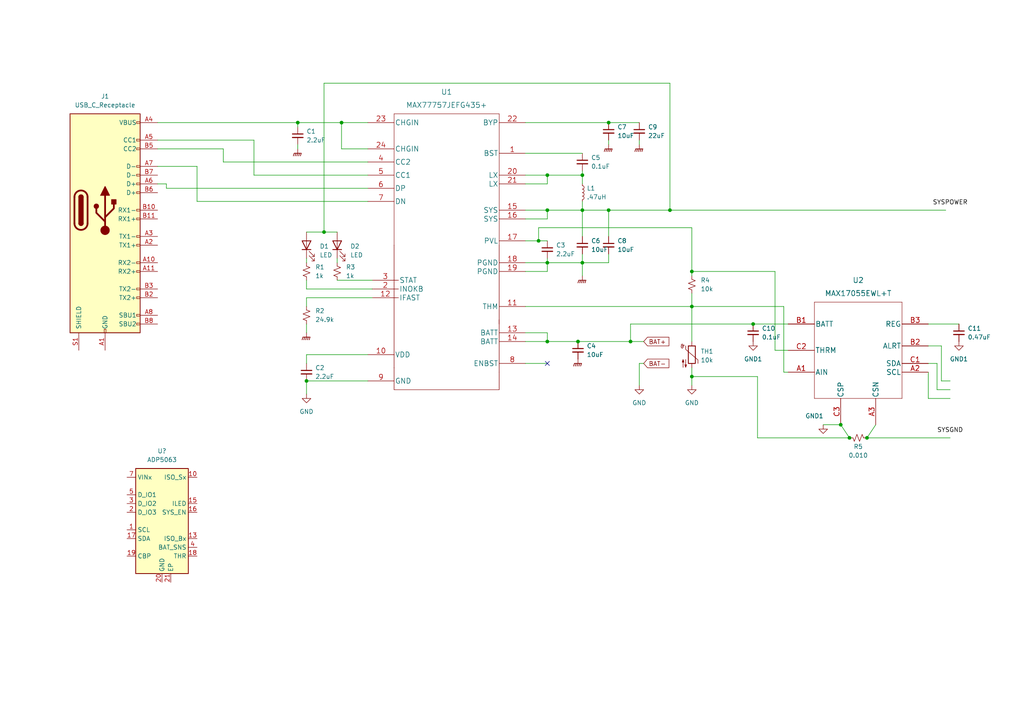
<source format=kicad_sch>
(kicad_sch (version 20211123) (generator eeschema)
  (paper "A4")
  (title_block (title "Charge Circuit"))
  (lib_symbols
    (symbol "Battery_Management:ADP5063"
      (property "Reference" "U" (at -6.35 -16.51 0))
      (property "Value" "ADP5063" (at 2.54 16.51 0))
      (symbol "ADP5063_1_1"
        (rectangle (start -7.62 15.24) (end 7.62 -15.24) (stroke (width 0.254)) (fill (type background)))
        (pin input line (at -10.16 -2.54 0) (length 2.54) (name "SCL") (number "1"))
        (pin power_out line (at 10.16 12.7 180) (length 2.54) (name "ISO_Sx") (number "10"))
        (pin passive line (at 10.16 12.7 180) (length 2.54) hide (name "ISO_Sx") (number "11"))
        (pin passive line (at 10.16 -5.08 180) (length 2.54) hide (name "ISO_Bx") (number "12"))
        (pin passive line (at 10.16 -5.08 180) (length 2.54) (name "ISO_Bx") (number "13"))
        (pin passive line (at 10.16 -5.08 180) (length 2.54) hide (name "ISO_Bx") (number "14"))
        (pin open_collector line (at 10.16 5.08 180) (length 2.54) (name "ILED") (number "15"))
        (pin open_collector line (at 10.16 2.54 180) (length 2.54) (name "SYS_EN") (number "16"))
        (pin bidirectional line (at -10.16 -5.08 0) (length 2.54) (name "SDA") (number "17"))
        (pin passive line (at 10.16 -10.16 180) (length 2.54) (name "THR") (number "18"))
        (pin passive line (at -10.16 -10.16 0) (length 2.54) (name "CBP") (number "19"))
        (pin bidirectional line (at -10.16 2.54 0) (length 2.54) (name "D_IO3") (number "2"))
        (pin power_in line (at 0 -17.78 90) (length 2.54) (name "GND") (number "20"))
        (pin passive line (at 2.54 -17.78 90) (length 2.54) (name "EP") (number "21"))
        (pin bidirectional line (at -10.16 5.08 0) (length 2.54) (name "D_IO2") (number "3"))
        (pin passive line (at 10.16 -7.62 180) (length 2.54) (name "BAT_SNS") (number "4"))
        (pin bidirectional line (at -10.16 7.62 0) (length 2.54) (name "D_IO1") (number "5"))
        (pin input line (at -10.16 12.7 0) (length 2.54) hide (name "VINx") (number "6"))
        (pin input line (at -10.16 12.7 0) (length 2.54) (name "VINx") (number "7"))
        (pin input line (at -10.16 12.7 0) (length 2.54) hide (name "VINx") (number "8"))
        (pin passive line (at 10.16 12.7 180) (length 2.54) hide (name "ISO_Sx") (number "9"))
      )
    )
    (symbol "Connector:USB_C_Receptacle" (pin_names (offset 1.016))
      (property "Reference" "J" (at -10.16 29.21 0))
      (property "Value" "USB_C_Receptacle" (at 10.16 29.21 0))
      (symbol "USB_C_Receptacle_0_0"
        (rectangle (start -0.254 -35.56) (end 0.254 -34.544))
        (rectangle (start 10.16 -32.766) (end 9.144 -33.274))
        (rectangle (start 10.16 -30.226) (end 9.144 -30.734))
        (rectangle (start 10.16 -25.146) (end 9.144 -25.654))
        (rectangle (start 10.16 -22.606) (end 9.144 -23.114))
        (rectangle (start 10.16 -17.526) (end 9.144 -18.034))
        (rectangle (start 10.16 -14.986) (end 9.144 -15.494))
        (rectangle (start 10.16 -9.906) (end 9.144 -10.414))
        (rectangle (start 10.16 -7.366) (end 9.144 -7.874))
        (rectangle (start 10.16 -2.286) (end 9.144 -2.794))
        (rectangle (start 10.16 0.254) (end 9.144 -0.254))
        (rectangle (start 10.16 5.334) (end 9.144 4.826))
        (rectangle (start 10.16 7.874) (end 9.144 7.366))
        (rectangle (start 10.16 10.414) (end 9.144 9.906))
        (rectangle (start 10.16 12.954) (end 9.144 12.446))
        (rectangle (start 10.16 18.034) (end 9.144 17.526))
        (rectangle (start 10.16 20.574) (end 9.144 20.066))
        (rectangle (start 10.16 25.654) (end 9.144 25.146))
      )
      (symbol "USB_C_Receptacle_0_1"
        (rectangle (start -10.16 27.94) (end 10.16 -35.56) (stroke (width 0.254)) (fill (type background)))
        (arc (start -8.89 -3.81) (mid -6.985 -5.715) (end -5.08 -3.81) (stroke (width 0.508)))
        (arc (start -7.62 -3.81) (mid -6.985 -4.445) (end -6.35 -3.81) (stroke (width 0.254)))
        (arc (start -7.62 -3.81) (mid -6.985 -4.445) (end -6.35 -3.81) (stroke (width 0.254)) (fill (type outline)))
        (rectangle (start -7.62 -3.81) (end -6.35 3.81) (stroke (width 0.254)) (fill (type outline)))
        (arc (start -6.35 3.81) (mid -6.985 4.445) (end -7.62 3.81) (stroke (width 0.254)))
        (arc (start -6.35 3.81) (mid -6.985 4.445) (end -7.62 3.81) (stroke (width 0.254)) (fill (type outline)))
        (arc (start -5.08 3.81) (mid -6.985 5.715) (end -8.89 3.81) (stroke (width 0.508)))
        (polyline (pts (xy -8.89 -3.81) (xy -8.89 3.81)) (stroke (width 0.508)))
        (polyline (pts (xy -5.08 3.81) (xy -5.08 -3.81)) (stroke (width 0.508)))
      )
      (symbol "USB_C_Receptacle_1_1"
        (circle (center -2.54 1.143) (radius 0.635) (stroke (width 0.254)) (fill (type outline)))
        (circle (center 0 -5.842) (radius 1.27) (fill (type outline)))
        (polyline (pts (xy 0 -5.842) (xy 0 4.318)) (stroke (width 0.508)))
        (polyline (pts (xy 0 -3.302) (xy -2.54 -0.762) (xy -2.54 0.508)) (stroke (width 0.508)))
        (polyline (pts (xy 0 -2.032) (xy 2.54 0.508) (xy 2.54 1.778)) (stroke (width 0.508)))
        (polyline (pts (xy -1.27 4.318) (xy 0 6.858) (xy 1.27 4.318) (xy -1.27 4.318)) (stroke (width 0.254)) (fill (type outline)))
        (rectangle (start 1.905 1.778) (end 3.175 3.048) (stroke (width 0.254)) (fill (type outline)))
        (pin passive line (at 0 -40.64 90) (length 5.08) (name "GND") (number "A1"))
        (pin bidirectional line (at 15.24 -15.24 180) (length 5.08) (name "RX2-") (number "A10"))
        (pin bidirectional line (at 15.24 -17.78 180) (length 5.08) (name "RX2+") (number "A11"))
        (pin passive line (at 0 -40.64 90) (length 5.08) hide (name "GND") (number "A12"))
        (pin bidirectional line (at 15.24 -10.16 180) (length 5.08) (name "TX1+") (number "A2"))
        (pin bidirectional line (at 15.24 -7.62 180) (length 5.08) (name "TX1-") (number "A3"))
        (pin passive line (at 15.24 25.4 180) (length 5.08) (name "VBUS") (number "A4"))
        (pin bidirectional line (at 15.24 20.32 180) (length 5.08) (name "CC1") (number "A5"))
        (pin bidirectional line (at 15.24 7.62 180) (length 5.08) (name "D+") (number "A6"))
        (pin bidirectional line (at 15.24 12.7 180) (length 5.08) (name "D-") (number "A7"))
        (pin bidirectional line (at 15.24 -30.48 180) (length 5.08) (name "SBU1") (number "A8"))
        (pin passive line (at 15.24 25.4 180) (length 5.08) hide (name "VBUS") (number "A9"))
        (pin passive line (at 0 -40.64 90) (length 5.08) hide (name "GND") (number "B1"))
        (pin bidirectional line (at 15.24 0 180) (length 5.08) (name "RX1-") (number "B10"))
        (pin bidirectional line (at 15.24 -2.54 180) (length 5.08) (name "RX1+") (number "B11"))
        (pin passive line (at 0 -40.64 90) (length 5.08) hide (name "GND") (number "B12"))
        (pin bidirectional line (at 15.24 -25.4 180) (length 5.08) (name "TX2+") (number "B2"))
        (pin bidirectional line (at 15.24 -22.86 180) (length 5.08) (name "TX2-") (number "B3"))
        (pin passive line (at 15.24 25.4 180) (length 5.08) hide (name "VBUS") (number "B4"))
        (pin bidirectional line (at 15.24 17.78 180) (length 5.08) (name "CC2") (number "B5"))
        (pin bidirectional line (at 15.24 5.08 180) (length 5.08) (name "D+") (number "B6"))
        (pin bidirectional line (at 15.24 10.16 180) (length 5.08) (name "D-") (number "B7"))
        (pin bidirectional line (at 15.24 -33.02 180) (length 5.08) (name "SBU2") (number "B8"))
        (pin passive line (at 15.24 25.4 180) (length 5.08) hide (name "VBUS") (number "B9"))
        (pin passive line (at -7.62 -40.64 90) (length 5.08) (name "SHIELD") (number "S1"))
      )
    )
    (symbol "Device:C_Small" (pin_numbers hide) (pin_names (offset 0.254) hide)
      (property "Reference" "C" (at 0.254 1.778 0))
      (property "Value" "C_Small" (at 0.254 -2.032 0))
      (symbol "C_Small_0_1"
        (polyline (pts (xy -1.524 -0.508) (xy 1.524 -0.508)) (stroke (width 0.3302)))
        (polyline (pts (xy -1.524 0.508) (xy 1.524 0.508)) (stroke (width 0.3048)))
      )
      (symbol "C_Small_1_1"
        (pin passive line (at 0 2.54 270) (length 2.032) (name "~") (number "1"))
        (pin passive line (at 0 -2.54 90) (length 2.032) (name "~") (number "2"))
      )
    )
    (symbol "Device:LED" (pin_numbers hide) (pin_names (offset 1.016) hide)
      (property "Reference" "D" (at 0 2.54 0))
      (property "Value" "LED" (at 0 -2.54 0))
      (symbol "LED_0_1"
        (polyline (pts (xy -1.27 -1.27) (xy -1.27 1.27)) (stroke (width 0.254)))
        (polyline (pts (xy -1.27 0) (xy 1.27 0)))
        (polyline (pts (xy 1.27 -1.27) (xy 1.27 1.27) (xy -1.27 0) (xy 1.27 -1.27)) (stroke (width 0.254)))
        (polyline (pts (xy -3.048 -0.762) (xy -4.572 -2.286) (xy -3.81 -2.286) (xy -4.572 -2.286) (xy -4.572 -1.524)))
        (polyline (pts (xy -1.778 -0.762) (xy -3.302 -2.286) (xy -2.54 -2.286) (xy -3.302 -2.286) (xy -3.302 -1.524)))
      )
      (symbol "LED_1_1"
        (pin passive line (at -3.81 0 0) (length 2.54) (name "K") (number "1"))
        (pin passive line (at 3.81 0 180) (length 2.54) (name "A") (number "2"))
      )
    )
    (symbol "Device:L_Small" (pin_numbers hide) (pin_names (offset 0.254) hide)
      (property "Reference" "L" (at 0.762 1.016 0))
      (property "Value" "L_Small" (at 0.762 -1.016 0))
      (symbol "L_Small_0_1"
        (arc (start 0 -2.032) (mid 0.508 -1.524) (end 0 -1.016))
        (arc (start 0 -1.016) (mid 0.508 -0.508) (end 0 0))
        (arc (start 0 0) (mid 0.508 0.508) (end 0 1.016))
        (arc (start 0 1.016) (mid 0.508 1.524) (end 0 2.032))
      )
      (symbol "L_Small_1_1"
        (pin passive line (at 0 2.54 270) (length 0.508) (name "~") (number "1"))
        (pin passive line (at 0 -2.54 90) (length 0.508) (name "~") (number "2"))
      )
    )
    (symbol "Device:R_Small_US" (pin_numbers hide) (pin_names (offset 0.254) hide)
      (property "Reference" "R" (at 0.762 0.508 0))
      (property "Value" "R_Small_US" (at 0.762 -1.016 0))
      (symbol "R_Small_US_1_1"
        (polyline (pts (xy 0 0) (xy 1.016 -0.381) (xy 0 -0.762) (xy -1.016 -1.143) (xy 0 -1.524)))
        (polyline (pts (xy 0 1.524) (xy 1.016 1.143) (xy 0 0.762) (xy -1.016 0.381) (xy 0 0)))
        (pin passive line (at 0 2.54 270) (length 1.016) (name "~") (number "1"))
        (pin passive line (at 0 -2.54 90) (length 1.016) (name "~") (number "2"))
      )
    )
    (symbol "Device:Thermistor_NTC" (pin_numbers hide) (pin_names (offset 0))
      (property "Reference" "TH" (at -4.445 0 90))
      (property "Value" "Thermistor_NTC" (at 3.175 0 90))
      (symbol "Thermistor_NTC_0_1"
        (arc (start -3.048 2.159) (mid -3.0505 2.3165) (end -3.175 2.413))
        (arc (start -3.048 2.159) (mid -2.9736 1.9794) (end -2.794 1.905))
        (arc (start -3.048 2.794) (mid -2.9736 2.6144) (end -2.794 2.54))
        (arc (start -2.794 1.905) (mid -2.6144 1.9794) (end -2.54 2.159))
        (arc (start -2.794 2.54) (mid -2.434 2.5608) (end -2.159 2.794))
        (arc (start -2.794 3.048) (mid -2.9736 2.9736) (end -3.048 2.794))
        (arc (start -2.54 2.794) (mid -2.6144 2.9736) (end -2.794 3.048))
        (rectangle (start -1.016 2.54) (end 1.016 -2.54) (stroke (width 0.254)))
        (polyline (pts (xy -2.54 2.159) (xy -2.54 2.794)))
        (polyline (pts (xy -1.778 2.54) (xy -1.778 1.524) (xy 1.778 -1.524) (xy 1.778 -2.54)))
        (polyline (pts (xy -2.54 -3.683) (xy -2.54 -1.397) (xy -2.794 -2.159) (xy -2.286 -2.159) (xy -2.54 -1.397) (xy -2.54 -1.651)) (fill (type outline)))
        (polyline (pts (xy -1.778 -1.397) (xy -1.778 -3.683) (xy -2.032 -2.921) (xy -1.524 -2.921) (xy -1.778 -3.683) (xy -1.778 -3.429)) (fill (type outline)))
      )
      (symbol "Thermistor_NTC_1_1"
        (pin passive line (at 0 3.81 270) (length 1.27) (name "~") (number "1"))
        (pin passive line (at 0 -3.81 90) (length 1.27) (name "~") (number "2"))
      )
    )
    (symbol "MAX17055EWL+T_1" (pin_names (offset 0.254))
      (property "Reference" "U?" (at 20.32 11.43 0))
      (property "Value" "MAX17055EWL+T_1" (at 20.32 7.62 0))
      (symbol "MAX17055EWL+T_1_1_1"
        (polyline (pts (xy 7.62 -22.86) (xy 33.02 -22.86)) (stroke (width 0.127)))
        (polyline (pts (xy 7.62 5.08) (xy 7.62 -22.86)) (stroke (width 0.127)))
        (polyline (pts (xy 33.02 -22.86) (xy 33.02 5.08)) (stroke (width 0.127)))
        (polyline (pts (xy 33.02 5.08) (xy 7.62 5.08)) (stroke (width 0.127)))
        (pin input line (at 0 -15.24 0) (length 7.62) (name "AIN") (number "A1"))
        (pin input line (at 40.64 -15.24 180) (length 7.62) (name "SCL") (number "A2"))
        (pin unspecified line (at 25.4 -30.48 90) (length 7.62) (name "CSN") (number "A3"))
        (pin unspecified line (at 0 -1.27 0) (length 7.62) (name "BATT") (number "B1"))
        (pin output line (at 40.64 -7.62 180) (length 7.62) (name "ALRT") (number "B2"))
        (pin output line (at 40.64 -1.27 180) (length 7.62) (name "REG") (number "B3"))
        (pin bidirectional line (at 40.64 -12.7 180) (length 7.62) (name "SDA") (number "C1"))
        (pin unspecified line (at 0 -8.89 0) (length 7.62) (name "THRM") (number "C2"))
        (pin unspecified line (at 15.24 -30.48 90) (length 7.62) (name "CSP") (number "C3"))
      )
    )
    (symbol "MAX77757_functional:MAX77757JEFG435+" (pin_names (offset 0.254))
      (property "Reference" "U?" (at 22.86 11.43 0))
      (property "Value" "MAX77757JEFG435+" (at 22.86 8.89 0))
      (symbol "MAX77757JEFG435+_1_1"
        (polyline (pts (xy 7.62 -74.93) (xy 7.62 -68.58)))
        (polyline (pts (xy 7.62 -74.93) (xy 38.1 -74.93)) (stroke (width 0.127)))
        (polyline (pts (xy 7.62 -33.02) (xy 7.62 -68.58)))
        (polyline (pts (xy 7.62 5.08) (xy 7.62 -33.02)) (stroke (width 0.127)))
        (polyline (pts (xy 38.1 -69.85) (xy 38.1 -74.93)))
        (polyline (pts (xy 38.1 -69.85) (xy 38.1 -54.61)))
        (polyline (pts (xy 38.1 -33.02) (xy 38.1 5.08)) (stroke (width 0.127)))
        (polyline (pts (xy 38.1 5.08) (xy 7.62 5.08)) (stroke (width 0.127)))
        (polyline (pts (xy 38.1 -33.02) (xy 38.1 -55.88) (xy 38.1 -55.88)))
        (pin unspecified line (at 45.72 -6.35 180) (length 7.62) (name "BST") (number "1"))
        (pin output line (at 0 -64.77 0) (length 7.62) (name "VDD") (number "10"))
        (pin unspecified line (at 45.72 -50.8 180) (length 7.62) (name "THM") (number "11"))
        (pin unspecified line (at 1.27 -48.26 0) (length 7.62) (name "IFAST") (number "12"))
        (pin unspecified line (at 45.72 -58.42 180) (length 7.62) (name "BATT") (number "13"))
        (pin unspecified line (at 45.72 -60.96 180) (length 7.62) (name "BATT") (number "14"))
        (pin unspecified line (at 45.72 -22.86 180) (length 7.62) (name "SYS") (number "15"))
        (pin unspecified line (at 45.72 -25.4 180) (length 7.62) (name "SYS") (number "16"))
        (pin output line (at 45.72 -31.75 180) (length 7.62) (name "PVL") (number "17"))
        (pin power_in line (at 45.72 -38.1 180) (length 7.62) (name "PGND") (number "18"))
        (pin power_in line (at 45.72 -40.64 180) (length 7.62) (name "PGND") (number "19"))
        (pin bidirectional line (at 1.27 -45.72 0) (length 7.62) (name "INOKB") (number "2"))
        (pin unspecified line (at 45.72 -12.7 180) (length 7.62) (name "LX") (number "20"))
        (pin unspecified line (at 45.72 -15.24 180) (length 7.62) (name "LX") (number "21"))
        (pin output line (at 45.72 2.54 180) (length 7.62) (name "BYP") (number "22"))
        (pin input line (at 0 2.54 0) (length 7.62) (name "CHGIN") (number "23"))
        (pin input line (at 0 -5.08 0) (length 7.62) (name "CHGIN") (number "24"))
        (pin output line (at 1.27 -43.18 0) (length 7.62) (name "STAT") (number "3"))
        (pin unspecified line (at 0 -8.89 0) (length 7.62) (name "CC2") (number "4"))
        (pin unspecified line (at 0 -12.7 0) (length 7.62) (name "CC1") (number "5"))
        (pin output line (at 0 -16.51 0) (length 7.62) (name "DP") (number "6"))
        (pin output line (at 0 -20.32 0) (length 7.62) (name "DN") (number "7"))
        (pin input line (at 45.72 -67.31 180) (length 7.62) (name "ENBST") (number "8"))
        (pin power_in line (at 0 -72.39 0) (length 7.62) (name "GND") (number "9"))
      )
    )
    (symbol "power:GND" (power) (pin_names (offset 0))
      (property "Value" "GND" (at 0 -3.81 0))
      (symbol "GND_0_1"
        (polyline (pts (xy 0 0) (xy 0 -1.27) (xy 1.27 -1.27) (xy 0 -2.54) (xy -1.27 -1.27) (xy 0 -1.27)))
      )
      (symbol "GND_1_1"
        (pin power_in line (at 0 0 270) (length 0) hide (name "GND") (number "1"))
      )
    )
    (symbol "power:GND1" (power) (pin_names (offset 0))
      (property "Value" "GND1" (at 0 -3.81 0))
      (symbol "GND1_0_1"
        (polyline (pts (xy 0 0) (xy 0 -1.27) (xy 1.27 -1.27) (xy 0 -2.54) (xy -1.27 -1.27) (xy 0 -1.27)))
      )
      (symbol "GND1_1_1"
        (pin power_in line (at 0 0 270) (length 0) hide (name "GND1") (number "1"))
      )
    )
    (symbol "power:GNDPWR" (power) (pin_names (offset 0))
      (property "Value" "GNDPWR" (at 0 -3.302 0))
      (symbol "GNDPWR_0_1"
        (polyline (pts (xy 0 -1.27) (xy 0 0)))
        (polyline (pts (xy -1.016 -1.27) (xy -1.27 -2.032) (xy -1.27 -2.032)) (stroke (width 0.2032)))
        (polyline (pts (xy -0.508 -1.27) (xy -0.762 -2.032) (xy -0.762 -2.032)) (stroke (width 0.2032)))
        (polyline (pts (xy 0 -1.27) (xy -0.254 -2.032) (xy -0.254 -2.032)) (stroke (width 0.2032)))
        (polyline (pts (xy 0.508 -1.27) (xy 0.254 -2.032) (xy 0.254 -2.032)) (stroke (width 0.2032)))
        (polyline (pts (xy 1.016 -1.27) (xy -1.016 -1.27) (xy -1.016 -1.27)) (stroke (width 0.2032)))
        (polyline (pts (xy 1.016 -1.27) (xy 0.762 -2.032) (xy 0.762 -2.032) (xy 0.762 -2.032)) (stroke (width 0.2032)))
      )
      (symbol "GNDPWR_1_1"
        (pin power_in line (at 0 0 270) (length 0) hide (name "GNDPWR") (number "1"))
      )
    )
  )
  (junction (at 246.38 127))
  (junction (at 88.9 110.49))
  (junction (at 200.66 109.22))
  (junction (at 176.53 35.56))
  (junction (at 156.21 69.85))
  (junction (at 200.66 78.74))
  (junction (at 168.91 50.8))
  (junction (at 86.36 35.56))
  (junction (at 218.44 93.98))
  (junction (at 99.06 35.56))
  (junction (at 200.66 88.9))
  (junction (at 93.98 67.31))
  (junction (at 167.64 99.06))
  (junction (at 168.91 76.2))
  (junction (at 158.75 50.8))
  (junction (at 176.53 60.96))
  (junction (at 158.75 99.06))
  (junction (at 168.91 60.96))
  (junction (at 182.88 99.06))
  (junction (at 194.31 60.96))
  (junction (at 243.84 123.19))
  (junction (at 158.75 76.2))
  (junction (at 251.46 127))
  (junction (at 158.75 60.96))
  (no_connect (at 158.75 105.41))
  (wire (pts (xy 182.88 93.98) (xy 182.88 99.06)))
  (wire (pts (xy 158.75 50.8) (xy 168.91 50.8)))
  (wire (pts (xy 200.66 80.01) (xy 200.66 78.74)))
  (wire (pts (xy 45.72 48.26) (xy 57.15 48.26)))
  (wire (pts (xy 152.4 99.06) (xy 158.75 99.06)))
  (wire (pts (xy 273.05 110.49) (xy 275.59 110.49)))
  (wire (pts (xy 168.91 80.01) (xy 168.91 76.2)))
  (wire (pts (xy 152.4 44.45) (xy 168.91 44.45)))
  (wire (pts (xy 152.4 60.96) (xy 158.75 60.96)))
  (wire (pts (xy 158.75 53.34) (xy 158.75 50.8)))
  (wire (pts (xy 176.53 60.96) (xy 194.31 60.96)))
  (wire (pts (xy 158.75 99.06) (xy 167.64 99.06)))
  (wire (pts (xy 228.6 107.95) (xy 227.33 107.95)))
  (wire (pts (xy 152.4 69.85) (xy 156.21 69.85)))
  (wire (pts (xy 186.69 105.41) (xy 185.42 105.41)))
  (wire (pts (xy 73.66 40.64) (xy 73.66 50.8)))
  (wire (pts (xy 200.66 88.9) (xy 200.66 99.06)))
  (wire (pts (xy 168.91 60.96) (xy 176.53 60.96)))
  (wire (pts (xy 158.75 74.93) (xy 158.75 76.2)))
  (wire (pts (xy 168.91 76.2) (xy 168.91 73.66)))
  (wire (pts (xy 218.44 93.98) (xy 182.88 93.98)))
  (wire (pts (xy 48.26 54.61) (xy 106.68 54.61)))
  (wire (pts (xy 224.79 78.74) (xy 200.66 78.74)))
  (wire (pts (xy 152.4 105.41) (xy 158.75 105.41)))
  (wire (pts (xy 106.68 110.49) (xy 88.9 110.49)))
  (wire (pts (xy 200.66 109.22) (xy 219.71 109.22)))
  (wire (pts (xy 176.53 76.2) (xy 168.91 76.2)))
  (wire (pts (xy 219.71 127) (xy 246.38 127)))
  (wire (pts (xy 200.66 66.04) (xy 156.21 66.04)))
  (wire (pts (xy 64.77 43.18) (xy 45.72 43.18)))
  (wire (pts (xy 243.84 123.19) (xy 238.76 123.19)))
  (wire (pts (xy 269.24 115.57) (xy 275.59 115.57)))
  (wire (pts (xy 107.95 81.28) (xy 97.79 81.28)))
  (wire (pts (xy 158.75 78.74) (xy 158.75 76.2)))
  (wire (pts (xy 200.66 66.04) (xy 200.66 78.74)))
  (wire (pts (xy 158.75 96.52) (xy 158.75 99.06)))
  (wire (pts (xy 45.72 40.64) (xy 73.66 40.64)))
  (wire (pts (xy 73.66 50.8) (xy 106.68 50.8)))
  (wire (pts (xy 88.9 86.36) (xy 88.9 88.9)))
  (wire (pts (xy 88.9 67.31) (xy 93.98 67.31)))
  (wire (pts (xy 152.4 88.9) (xy 200.66 88.9)))
  (wire (pts (xy 246.38 127) (xy 243.84 123.19)))
  (wire (pts (xy 106.68 102.87) (xy 88.9 102.87)))
  (wire (pts (xy 64.77 46.99) (xy 106.68 46.99)))
  (wire (pts (xy 269.24 107.95) (xy 269.24 115.57)))
  (wire (pts (xy 86.36 35.56) (xy 86.36 36.83)))
  (wire (pts (xy 194.31 60.96) (xy 274.32 60.96)))
  (wire (pts (xy 271.78 113.03) (xy 275.59 113.03)))
  (wire (pts (xy 168.91 58.42) (xy 168.91 60.96)))
  (wire (pts (xy 64.77 46.99) (xy 64.77 43.18)))
  (wire (pts (xy 99.06 43.18) (xy 99.06 35.56)))
  (wire (pts (xy 176.53 68.58) (xy 176.53 60.96)))
  (wire (pts (xy 152.4 78.74) (xy 158.75 78.74)))
  (wire (pts (xy 158.75 63.5) (xy 158.75 60.96)))
  (wire (pts (xy 152.4 50.8) (xy 158.75 50.8)))
  (wire (pts (xy 156.21 69.85) (xy 158.75 69.85)))
  (wire (pts (xy 194.31 24.13) (xy 194.31 60.96)))
  (wire (pts (xy 107.95 83.82) (xy 88.9 83.82)))
  (wire (pts (xy 48.26 54.61) (xy 48.26 53.34)))
  (wire (pts (xy 57.15 48.26) (xy 57.15 58.42)))
  (wire (pts (xy 176.53 73.66) (xy 176.53 76.2)))
  (wire (pts (xy 271.78 105.41) (xy 271.78 113.03)))
  (wire (pts (xy 185.42 40.64) (xy 185.42 41.91)))
  (wire (pts (xy 88.9 83.82) (xy 88.9 81.28)))
  (wire (pts (xy 88.9 102.87) (xy 88.9 105.41)))
  (wire (pts (xy 97.79 74.93) (xy 97.79 76.2)))
  (wire (pts (xy 93.98 67.31) (xy 97.79 67.31)))
  (wire (pts (xy 168.91 53.34) (xy 168.91 50.8)))
  (wire (pts (xy 251.46 127) (xy 275.59 127)))
  (wire (pts (xy 88.9 74.93) (xy 88.9 76.2)))
  (wire (pts (xy 269.24 105.41) (xy 271.78 105.41)))
  (wire (pts (xy 254 123.19) (xy 251.46 127)))
  (wire (pts (xy 273.05 100.33) (xy 273.05 110.49)))
  (wire (pts (xy 88.9 114.3) (xy 88.9 110.49)))
  (wire (pts (xy 224.79 101.6) (xy 224.79 78.74)))
  (wire (pts (xy 45.72 35.56) (xy 86.36 35.56)))
  (wire (pts (xy 158.75 60.96) (xy 168.91 60.96)))
  (wire (pts (xy 168.91 50.8) (xy 168.91 49.53)))
  (wire (pts (xy 107.95 86.36) (xy 88.9 86.36)))
  (wire (pts (xy 93.98 24.13) (xy 93.98 67.31)))
  (wire (pts (xy 106.68 43.18) (xy 99.06 43.18)))
  (wire (pts (xy 168.91 60.96) (xy 168.91 68.58)))
  (wire (pts (xy 219.71 109.22) (xy 219.71 127)))
  (wire (pts (xy 200.66 106.68) (xy 200.66 109.22)))
  (wire (pts (xy 227.33 88.9) (xy 227.33 107.95)))
  (wire (pts (xy 152.4 63.5) (xy 158.75 63.5)))
  (wire (pts (xy 57.15 58.42) (xy 106.68 58.42)))
  (wire (pts (xy 99.06 35.56) (xy 106.68 35.56)))
  (wire (pts (xy 186.69 99.06) (xy 182.88 99.06)))
  (wire (pts (xy 152.4 35.56) (xy 176.53 35.56)))
  (wire (pts (xy 88.9 96.52) (xy 88.9 93.98)))
  (wire (pts (xy 269.24 100.33) (xy 273.05 100.33)))
  (wire (pts (xy 176.53 40.64) (xy 176.53 41.91)))
  (wire (pts (xy 48.26 53.34) (xy 45.72 53.34)))
  (wire (pts (xy 194.31 24.13) (xy 93.98 24.13)))
  (wire (pts (xy 86.36 41.91) (xy 86.36 43.18)))
  (wire (pts (xy 200.66 85.09) (xy 200.66 88.9)))
  (wire (pts (xy 182.88 99.06) (xy 167.64 99.06)))
  (wire (pts (xy 227.33 88.9) (xy 200.66 88.9)))
  (wire (pts (xy 156.21 66.04) (xy 156.21 69.85)))
  (wire (pts (xy 152.4 53.34) (xy 158.75 53.34)))
  (wire (pts (xy 218.44 93.98) (xy 228.6 93.98)))
  (wire (pts (xy 152.4 76.2) (xy 158.75 76.2)))
  (wire (pts (xy 269.24 93.98) (xy 278.13 93.98)))
  (wire (pts (xy 200.66 109.22) (xy 200.66 111.76)))
  (wire (pts (xy 185.42 35.56) (xy 176.53 35.56)))
  (wire (pts (xy 228.6 101.6) (xy 224.79 101.6)))
  (wire (pts (xy 86.36 35.56) (xy 99.06 35.56)))
  (wire (pts (xy 152.4 96.52) (xy 158.75 96.52)))
  (wire (pts (xy 185.42 105.41) (xy 185.42 111.76)))
  (wire (pts (xy 158.75 76.2) (xy 168.91 76.2)))
  (label "SYSPOWER" (at 270.51 59.69 0))
  (label "SYSGND" (at 271.78 125.73 0))
  (global_label "BAT+" (shape input) (at 186.69 99.06 0) (property "Intersheet References" "${INTERSHEET_REFS}" (effects hide)))
  (global_label "BAT-" (shape input) (at 186.69 105.41 0) (property "Intersheet References" "${INTERSHEET_REFS}" (effects hide)))
  (symbol (lib_id "power:GNDPWR") (at 86.36 43.18 0) (unit 1)
    (property "Reference" "#PWR0106" (effects hide))
    (property "Value" "GNDPWR" (effects hide))
  )
  (symbol (lib_id "Device:Thermistor_NTC") (at 200.66 102.87 0) (unit 1)
    (property "Reference" "TH1" (at 203.2 101.9174 0) (effects (justify left)))
    (property "Value" "10k" (at 203.2 104.4574 0) (effects (justify left)))
    (property "Footprint" "Resistor_SMD:R_0603_1608Metric" (effects hide))
  )
  (symbol (lib_id "power:GNDPWR") (at 168.91 80.01 0) (unit 1)
    (property "Reference" "#PWR0108" (effects hide))
    (property "Value" "GNDPWR" (effects hide))
  )
  (symbol (lib_id "Device:R_Small_US") (at 248.92 127 90) (mirror x) (unit 1)
    (property "Reference" "R5" (at 248.92 129.54 90))
    (property "Value" "0.010" (at 248.92 132.08 90))
    (property "Footprint" "Resistor_SMD:R_0805_2012Metric" (effects hide))
  )
  (symbol (lib_id "Device:C_Small") (at 185.42 38.1 0) (unit 1)
    (property "Reference" "C9" (at 187.96 36.8362 0) (effects (justify left)))
    (property "Value" "22uF" (at 187.96 39.3762 0) (effects (justify left)))
    (property "Footprint" "Capacitor_SMD:C_0603_1608Metric" (effects hide))
  )
  (symbol (lib_id "Device:C_Small") (at 88.9 107.95 0) (unit 1)
    (property "Reference" "C2" (at 91.44 106.6862 0) (effects (justify left)))
    (property "Value" "2.2uF" (at 91.44 109.2262 0) (effects (justify left)))
    (property "Footprint" "Capacitor_SMD:C_0603_1608Metric" (effects hide))
  )
  (symbol (lib_id "Device:C_Small") (at 218.44 96.52 0) (unit 1)
    (property "Reference" "C10" (at 220.98 95.2562 0) (effects (justify left)))
    (property "Value" "0.1uF" (at 220.98 97.7962 0) (effects (justify left)))
    (property "Footprint" "Capacitor_SMD:C_0603_1608Metric" (effects hide))
  )
  (symbol (lib_id "Device:L_Small") (at 168.91 55.88 0) (unit 1)
    (property "Reference" "L1" (at 170.18 54.6099 0) (effects (justify left)))
    (property "Value" ".47uH" (at 170.18 57.1499 0) (effects (justify left)))
    (property "Footprint" "Inductor_SMD:L_1008_2520Metric" (effects hide))
  )
  (symbol (lib_id "power:GND1") (at 218.44 99.06 0) (unit 1)
    (property "Reference" "#PWR0109" (effects hide))
    (property "Value" "GND1" (at 218.44 104.14 0))
  )
  (symbol (lib_id "power:GND") (at 88.9 114.3 0) (unit 1)
    (property "Reference" "#PWR0101" (effects hide))
    (property "Value" "GND" (at 88.9 119.38 0))
  )
  (symbol (lib_id "power:GNDPWR") (at 185.42 41.91 0) (unit 1)
    (property "Reference" "#PWR01" (effects hide))
    (property "Value" "GNDPWR" (effects hide))
  )
  (symbol (lib_id "Device:C_Small") (at 278.13 96.52 0) (unit 1)
    (property "Reference" "C11" (at 280.67 95.2562 0) (effects (justify left)))
    (property "Value" "0.47uF" (at 280.67 97.7962 0) (effects (justify left)))
    (property "Footprint" "Capacitor_SMD:C_0603_1608Metric" (effects hide))
  )
  (symbol (lib_id "Device:LED") (at 97.79 71.12 90) (unit 1)
    (property "Reference" "D2" (at 101.6 71.4374 90) (effects (justify right)))
    (property "Value" "LED" (at 101.6 73.9774 90) (effects (justify right)))
    (property "Footprint" "LED_SMD:LED_0603_1608Metric" (effects hide))
  )
  (symbol (lib_id "Device:C_Small") (at 158.75 72.39 0) (unit 1)
    (property "Reference" "C3" (at 161.29 71.1262 0) (effects (justify left)))
    (property "Value" "2.2uF" (at 161.29 73.6662 0) (effects (justify left)))
    (property "Footprint" "Capacitor_SMD:C_0603_1608Metric" (effects hide))
  )
  (symbol (lib_name "MAX17055EWL+T_1") (lib_id "MAX17055:MAX17055EWL+T") (at 228.6 92.71 0) (unit 1)
    (property "Reference" "U2" (at 248.92 81.28 0) (effects (font (size 1.524 1.524))))
    (property "Value" "MAX17055EWL+T" (at 248.92 85.09 0) (effects (font (size 1.524 1.524))))
    (property "Footprint" "17055 foot:MAX17055EWL&plus_T" (effects hide))
  )
  (symbol (lib_id "power:GND1") (at 278.13 99.06 0) (unit 1)
    (property "Reference" "#PWR0110" (effects hide))
    (property "Value" "GND1" (at 278.13 104.14 0))
  )
  (symbol (lib_id "Device:R_Small_US") (at 88.9 78.74 0) (unit 1)
    (property "Reference" "R1" (at 91.44 77.4699 0) (effects (justify left)))
    (property "Value" "1k" (at 91.44 80.0099 0) (effects (justify left)))
    (property "Footprint" "Resistor_SMD:R_0402_1005Metric" (effects hide))
  )
  (symbol (lib_id "Device:C_Small") (at 176.53 38.1 0) (unit 1)
    (property "Reference" "C7" (at 179.07 36.8362 0) (effects (justify left)))
    (property "Value" "10uF" (at 179.07 39.3762 0) (effects (justify left)))
    (property "Footprint" "Capacitor_SMD:C_0603_1608Metric" (effects hide))
  )
  (symbol (lib_id "Device:LED") (at 88.9 71.12 90) (unit 1)
    (property "Reference" "D1" (at 92.71 71.4374 90) (effects (justify right)))
    (property "Value" "LED" (at 92.71 73.9774 90) (effects (justify right)))
    (property "Footprint" "LED_SMD:LED_0603_1608Metric" (effects hide))
  )
  (symbol (lib_id "Device:R_Small_US") (at 88.9 91.44 0) (unit 1)
    (property "Reference" "R2" (at 91.44 90.1699 0) (effects (justify left)))
    (property "Value" "24.9k" (at 91.44 92.7099 0) (effects (justify left)))
    (property "Footprint" "Resistor_SMD:R_0402_1005Metric" (effects hide))
  )
  (symbol (lib_id "Device:R_Small_US") (at 97.79 78.74 0) (unit 1)
    (property "Reference" "R3" (at 100.33 77.4699 0) (effects (justify left)))
    (property "Value" "1k" (at 100.33 80.0099 0) (effects (justify left)))
    (property "Footprint" "Resistor_SMD:R_0402_1005Metric" (effects hide))
  )
  (symbol (lib_id "power:GNDPWR") (at 88.9 96.52 0) (unit 1)
    (property "Reference" "#PWR0105" (effects hide))
    (property "Value" "GNDPWR" (effects hide))
  )
  (symbol (lib_id "Device:R_Small_US") (at 200.66 82.55 0) (unit 1)
    (property "Reference" "R4" (at 203.2 81.2799 0) (effects (justify left)))
    (property "Value" "10k" (at 203.2 83.8199 0) (effects (justify left)))
    (property "Footprint" "Resistor_SMD:R_0402_1005Metric" (effects hide))
  )
  (symbol (lib_id "power:GNDPWR") (at 176.53 41.91 0) (unit 1)
    (property "Reference" "#PWR0102" (effects hide))
    (property "Value" "GNDPWR" (effects hide))
  )
  (symbol (lib_id "power:GND") (at 185.42 111.76 0) (unit 1)
    (property "Reference" "#PWR0103" (effects hide))
    (property "Value" "GND" (at 185.42 116.84 0))
  )
  (symbol (lib_id "Device:C_Small") (at 168.91 46.99 0) (unit 1)
    (property "Reference" "C5" (at 171.45 45.7262 0) (effects (justify left)))
    (property "Value" "0.1uF" (at 171.45 48.2662 0) (effects (justify left)))
    (property "Footprint" "Capacitor_SMD:C_0402_1005Metric" (effects hide))
  )
  (symbol (lib_id "MAX77757_functional:MAX77757JEFG435+") (at 106.68 38.1 0) (unit 1)
    (property "Reference" "U1" (at 129.54 26.67 0) (effects (font (size 1.524 1.524))))
    (property "Value" "MAX77757JEFG435+" (at 129.54 30.48 0) (effects (font (size 1.524 1.524))))
    (property "Footprint" "77757 foot:IC_MAX77757JEFG435+" (effects hide))
  )
  (symbol (lib_id "Device:C_Small") (at 176.53 71.12 0) (unit 1)
    (property "Reference" "C8" (at 179.07 69.8562 0) (effects (justify left)))
    (property "Value" "10uF" (at 179.07 72.3962 0) (effects (justify left)))
    (property "Footprint" "Capacitor_SMD:C_0603_1608Metric" (effects hide))
  )
  (symbol (lib_id "Device:C_Small") (at 86.36 39.37 0) (unit 1)
    (property "Reference" "C1" (at 88.9 38.1062 0) (effects (justify left)))
    (property "Value" "2.2uF" (at 88.9 40.6462 0) (effects (justify left)))
    (property "Footprint" "Capacitor_SMD:C_0603_1608Metric" (effects hide))
  )
  (symbol (lib_id "power:GND1") (at 238.76 123.19 0) (unit 1)
    (property "Reference" "#PWR0111" (effects hide))
    (property "Value" "GND1" (at 236.22 120.65 0))
  )
  (symbol (lib_id "Connector:USB_C_Receptacle") (at 30.48 60.96 0) (unit 1)
    (property "Reference" "J1" (at 30.48 27.94 0))
    (property "Value" "USB_C_Receptacle" (at 30.48 30.48 0))
    (property "Footprint" "Connector_USB:USB_C_Receptacle_Amphenol_12401610E4-2A" (effects hide))
    (property "Datasheet" "https://www.usb.org/sites/default/files/documents/usb_type-c.zip" (effects hide))
  )
  (symbol (lib_id "Battery_Management:ADP5063") (at 46.99 151.13 0) (unit 1)
    (property "Reference" "U?" (at 46.99 130.81 0))
    (property "Value" "ADP5063" (at 46.99 133.35 0))
    (property "Footprint" "Package_DFN_QFN:QFN-20-1EP_4x4mm_P0.5mm_EP2.5x2.5mm" (effects hide))
    (property "Datasheet" "https://www.analog.com/media/en/technical-documentation/data-sheets/ADP5063.pdf" (effects hide))
  )
  (symbol (lib_id "power:GNDPWR") (at 167.64 104.14 0) (unit 1)
    (property "Reference" "#PWR0107" (effects hide))
    (property "Value" "GNDPWR" (effects hide))
  )
  (symbol (lib_id "Device:C_Small") (at 167.64 101.6 0) (unit 1)
    (property "Reference" "C4" (at 170.18 100.3362 0) (effects (justify left)))
    (property "Value" "10uF" (at 170.18 102.8762 0) (effects (justify left)))
    (property "Footprint" "Capacitor_SMD:C_0603_1608Metric" (effects hide))
  )
  (symbol (lib_id "Device:C_Small") (at 168.91 71.12 0) (unit 1)
    (property "Reference" "C6" (at 171.45 69.8562 0) (effects (justify left)))
    (property "Value" "10uF" (at 171.45 72.3962 0) (effects (justify left)))
    (property "Footprint" "Capacitor_SMD:C_0603_1608Metric" (effects hide))
  )
  (symbol (lib_id "power:GND") (at 200.66 111.76 0) (unit 1)
    (property "Reference" "#PWR0104" (effects hide))
    (property "Value" "GND" (at 200.66 116.84 0))
  )
)
</source>
